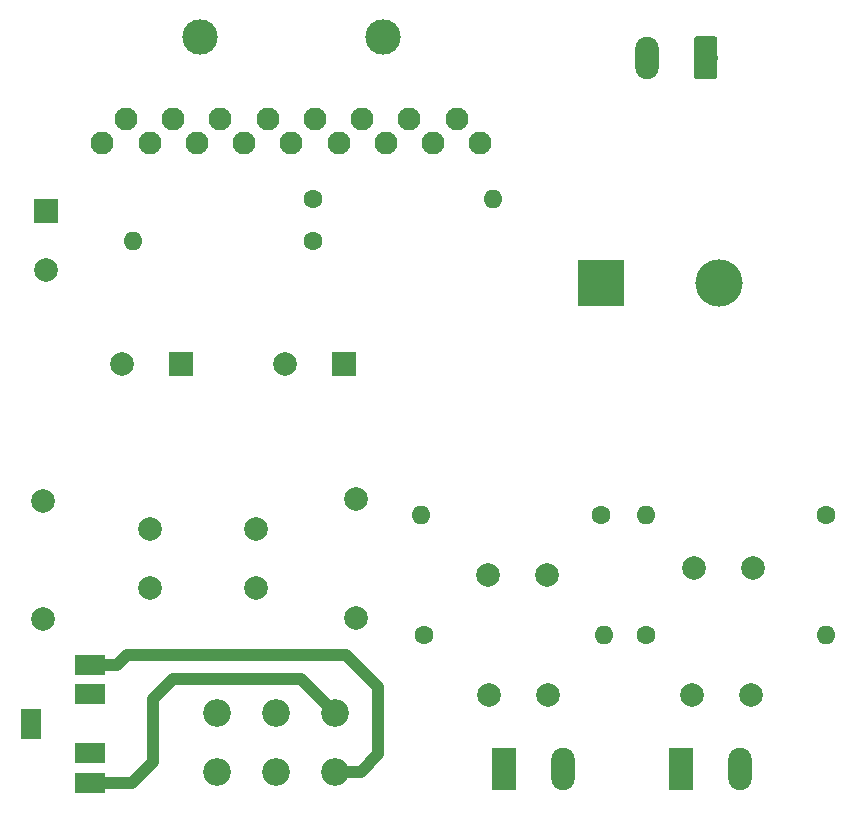
<source format=gbr>
G04 #@! TF.GenerationSoftware,KiCad,Pcbnew,(5.1.2-1)-1*
G04 #@! TF.CreationDate,2019-07-29T11:07:22+08:00*
G04 #@! TF.ProjectId,TA8210,54413832-3130-42e6-9b69-6361645f7063,rev?*
G04 #@! TF.SameCoordinates,Original*
G04 #@! TF.FileFunction,Copper,L1,Top*
G04 #@! TF.FilePolarity,Positive*
%FSLAX46Y46*%
G04 Gerber Fmt 4.6, Leading zero omitted, Abs format (unit mm)*
G04 Created by KiCad (PCBNEW (5.1.2-1)-1) date 2019-07-29 11:07:22*
%MOMM*%
%LPD*%
G04 APERTURE LIST*
%ADD10C,3.000000*%
%ADD11R,4.000000X4.000000*%
%ADD12C,4.000000*%
%ADD13C,2.000000*%
%ADD14R,2.000000X2.000000*%
%ADD15O,1.600000X1.600000*%
%ADD16C,1.600000*%
%ADD17C,1.950000*%
%ADD18C,2.340000*%
%ADD19O,2.000000X3.600000*%
%ADD20R,2.000000X3.600000*%
%ADD21R,1.800000X2.500000*%
%ADD22R,2.500000X1.800000*%
%ADD23C,0.100000*%
%ADD24C,1.000000*%
G04 APERTURE END LIST*
D10*
X104750000Y-63000000D03*
X89250000Y-63000000D03*
D11*
X123190000Y-83820000D03*
D12*
X133190000Y-83820000D03*
D13*
X102500000Y-102174000D03*
X102500000Y-112174000D03*
X85000000Y-104648000D03*
X85000000Y-109648000D03*
X94000000Y-109648000D03*
X94000000Y-104648000D03*
D14*
X101500000Y-90750000D03*
D13*
X96500000Y-90750000D03*
X76200000Y-82724000D03*
D14*
X76200000Y-77724000D03*
D13*
X82630000Y-90750000D03*
D14*
X87630000Y-90750000D03*
D13*
X135890000Y-118745000D03*
X130890000Y-118745000D03*
X118745000Y-118745000D03*
X113745000Y-118745000D03*
X136064000Y-107950000D03*
X131064000Y-107950000D03*
X118665000Y-108585000D03*
X113665000Y-108585000D03*
D15*
X83566000Y-80264000D03*
D16*
X98806000Y-80264000D03*
X127000000Y-113665000D03*
D15*
X142240000Y-113665000D03*
D16*
X108204000Y-113665000D03*
D15*
X123444000Y-113665000D03*
X127000000Y-103505000D03*
D16*
X142240000Y-103505000D03*
D15*
X107950000Y-103505000D03*
D16*
X123190000Y-103505000D03*
D17*
X81000000Y-72000000D03*
X83000000Y-70000000D03*
X85000000Y-72000000D03*
X87000000Y-70000000D03*
X89000000Y-72000000D03*
X91000000Y-70000000D03*
X93000000Y-72000000D03*
X95000000Y-70000000D03*
X97000000Y-72000000D03*
X99000000Y-70000000D03*
X101000000Y-72000000D03*
X103000000Y-70000000D03*
X105000000Y-72000000D03*
X107000000Y-70000000D03*
X109000000Y-72000000D03*
X111000000Y-70000000D03*
X113000000Y-72000000D03*
D18*
X100678000Y-125222000D03*
X95678000Y-125222000D03*
X90678000Y-125222000D03*
X100678000Y-120222000D03*
X95678000Y-120222000D03*
X90678000Y-120222000D03*
D13*
X76000000Y-112268000D03*
X76000000Y-102268000D03*
D16*
X98806000Y-76708000D03*
D15*
X114046000Y-76708000D03*
D19*
X135000000Y-125000000D03*
D20*
X130000000Y-125000000D03*
X115000000Y-125000000D03*
D19*
X120000000Y-125000000D03*
D21*
X74959200Y-121183400D03*
D22*
X79959200Y-126183400D03*
X79959200Y-116183400D03*
X79959200Y-123683400D03*
X79959200Y-118683400D03*
D23*
G36*
X132854504Y-62971204D02*
G01*
X132878773Y-62974804D01*
X132902571Y-62980765D01*
X132925671Y-62989030D01*
X132947849Y-62999520D01*
X132968893Y-63012133D01*
X132988598Y-63026747D01*
X133006777Y-63043223D01*
X133023253Y-63061402D01*
X133037867Y-63081107D01*
X133050480Y-63102151D01*
X133060970Y-63124329D01*
X133069235Y-63147429D01*
X133075196Y-63171227D01*
X133078796Y-63195496D01*
X133080000Y-63220000D01*
X133080000Y-66320000D01*
X133078796Y-66344504D01*
X133075196Y-66368773D01*
X133069235Y-66392571D01*
X133060970Y-66415671D01*
X133050480Y-66437849D01*
X133037867Y-66458893D01*
X133023253Y-66478598D01*
X133006777Y-66496777D01*
X132988598Y-66513253D01*
X132968893Y-66527867D01*
X132947849Y-66540480D01*
X132925671Y-66550970D01*
X132902571Y-66559235D01*
X132878773Y-66565196D01*
X132854504Y-66568796D01*
X132830000Y-66570000D01*
X131330000Y-66570000D01*
X131305496Y-66568796D01*
X131281227Y-66565196D01*
X131257429Y-66559235D01*
X131234329Y-66550970D01*
X131212151Y-66540480D01*
X131191107Y-66527867D01*
X131171402Y-66513253D01*
X131153223Y-66496777D01*
X131136747Y-66478598D01*
X131122133Y-66458893D01*
X131109520Y-66437849D01*
X131099030Y-66415671D01*
X131090765Y-66392571D01*
X131084804Y-66368773D01*
X131081204Y-66344504D01*
X131080000Y-66320000D01*
X131080000Y-63220000D01*
X131081204Y-63195496D01*
X131084804Y-63171227D01*
X131090765Y-63147429D01*
X131099030Y-63124329D01*
X131109520Y-63102151D01*
X131122133Y-63081107D01*
X131136747Y-63061402D01*
X131153223Y-63043223D01*
X131171402Y-63026747D01*
X131191107Y-63012133D01*
X131212151Y-62999520D01*
X131234329Y-62989030D01*
X131257429Y-62980765D01*
X131281227Y-62974804D01*
X131305496Y-62971204D01*
X131330000Y-62970000D01*
X132830000Y-62970000D01*
X132854504Y-62971204D01*
X132854504Y-62971204D01*
G37*
D13*
X132080000Y-64770000D03*
D19*
X127080000Y-64770000D03*
D24*
X82209200Y-116183400D02*
X83076600Y-115316000D01*
X79959200Y-116183400D02*
X82209200Y-116183400D01*
X83076600Y-115316000D02*
X101650800Y-115316000D01*
X101650800Y-115316000D02*
X104368600Y-118033800D01*
X104368600Y-118033800D02*
X104368600Y-123748800D01*
X102895400Y-125222000D02*
X104368600Y-123748800D01*
X100678000Y-125222000D02*
X102895400Y-125222000D01*
X100678000Y-120222000D02*
X97829400Y-117373400D01*
X97829400Y-117373400D02*
X86944200Y-117373400D01*
X86944200Y-117373400D02*
X85267800Y-119049800D01*
X85267800Y-119049800D02*
X85267800Y-124409200D01*
X83493600Y-126183400D02*
X79959200Y-126183400D01*
X85267800Y-124409200D02*
X83493600Y-126183400D01*
M02*

</source>
